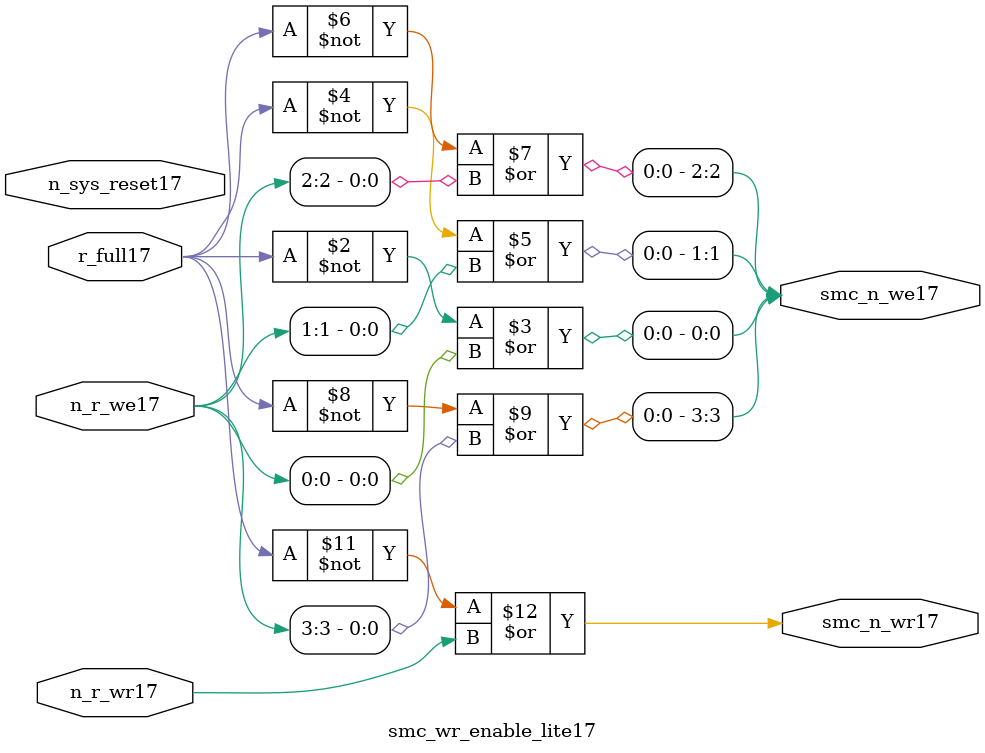
<source format=v>


  module smc_wr_enable_lite17 (

                      //inputs17                      

                      n_sys_reset17,
                      r_full17,
                      n_r_we17,
                      n_r_wr17,

                      //outputs17

                      smc_n_we17,
                      smc_n_wr17);

//I17/O17
   
   input             n_sys_reset17;   //system reset
   input             r_full17;    // Full cycle write strobe17
   input [3:0]       n_r_we17;    //write enable from smc_strobe17
   input             n_r_wr17;    //write strobe17 from smc_strobe17
   output [3:0]      smc_n_we17;  // write enable (active low17)
   output            smc_n_wr17;  // write strobe17 (active low17)
   
   
//output reg declaration17.
   
   reg [3:0]          smc_n_we17;
   reg                smc_n_wr17;

//----------------------------------------------------------------------
// negedge strobes17 with clock17.
//----------------------------------------------------------------------
      

//----------------------------------------------------------------------
      
//--------------------------------------------------------------------
// Gate17 Write strobes17 with clock17.
//--------------------------------------------------------------------

  always @(r_full17 or n_r_we17)
  
  begin
  
     smc_n_we17[0] = ((~r_full17  ) | n_r_we17[0] );

     smc_n_we17[1] = ((~r_full17  ) | n_r_we17[1] );

     smc_n_we17[2] = ((~r_full17  ) | n_r_we17[2] );

     smc_n_we17[3] = ((~r_full17  ) | n_r_we17[3] );

  
  end

//--------------------------------------------------------------------   
//write strobe17 generation17
//--------------------------------------------------------------------   

  always @(n_r_wr17 or r_full17 )
  
     begin
  
        smc_n_wr17 = ((~r_full17 ) | n_r_wr17 );
       
     end

endmodule // smc_wr_enable17


</source>
